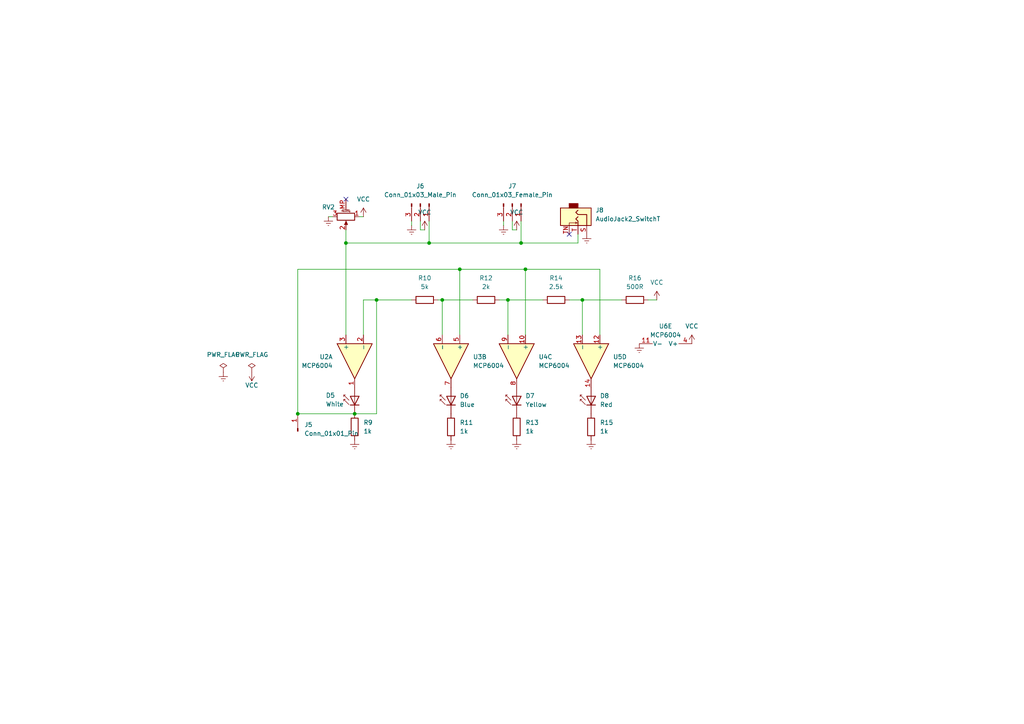
<source format=kicad_sch>
(kicad_sch (version 20231120) (generator "eeschema") (generator_version "8.0")
  (paper "A4")
  (lib_symbols
    (symbol "Amplifier_Operational:MCP6004" (pin_names (offset 0.127))
      (property "Reference" "U" (at 0 5.08 0))
      (property "Value" "MCP6004" (at 0 -5.08 0))
      (symbol "MCP6004_1_1"
        (polyline (pts (xy -5.08 5.08) (xy 5.08 0) (xy -5.08 -5.08) (xy -5.08 5.08)) (stroke (width 0.254)) (fill (type background)))
        (pin output line (at 7.62 0 180) (length 2.54) (name "~") (number "1"))
        (pin input line (at -7.62 -2.54 0) (length 2.54) (name "-") (number "2"))
        (pin input line (at -7.62 2.54 0) (length 2.54) (name "+") (number "3"))
      )
      (symbol "MCP6004_2_1"
        (polyline (pts (xy -5.08 5.08) (xy 5.08 0) (xy -5.08 -5.08) (xy -5.08 5.08)) (stroke (width 0.254)) (fill (type background)))
        (pin input line (at -7.62 2.54 0) (length 2.54) (name "+") (number "5"))
        (pin input line (at -7.62 -2.54 0) (length 2.54) (name "-") (number "6"))
        (pin output line (at 7.62 0 180) (length 2.54) (name "~") (number "7"))
      )
      (symbol "MCP6004_3_1"
        (polyline (pts (xy -5.08 5.08) (xy 5.08 0) (xy -5.08 -5.08) (xy -5.08 5.08)) (stroke (width 0.254)) (fill (type background)))
        (pin input line (at -7.62 2.54 0) (length 2.54) (name "+") (number "10"))
        (pin output line (at 7.62 0 180) (length 2.54) (name "~") (number "8"))
        (pin input line (at -7.62 -2.54 0) (length 2.54) (name "-") (number "9"))
      )
      (symbol "MCP6004_4_1"
        (polyline (pts (xy -5.08 5.08) (xy 5.08 0) (xy -5.08 -5.08) (xy -5.08 5.08)) (stroke (width 0.254)) (fill (type background)))
        (pin input line (at -7.62 2.54 0) (length 2.54) (name "+") (number "12"))
        (pin input line (at -7.62 -2.54 0) (length 2.54) (name "-") (number "13"))
        (pin output line (at 7.62 0 180) (length 2.54) (name "~") (number "14"))
      )
      (symbol "MCP6004_5_1"
        (pin power_in line (at -2.54 -7.62 90) (length 3.81) (name "V-") (number "11"))
        (pin power_in line (at -2.54 7.62 270) (length 3.81) (name "V+") (number "4"))
      )
    )
    (symbol "Connector:Conn_01x01_Pin" (pin_names (offset 1.016) hide)
      (property "Reference" "J" (at 0 2.54 0))
      (property "Value" "Conn_01x01_Pin" (at 0 -2.54 0))
      (symbol "Conn_01x01_Pin_1_1"
        (polyline (pts (xy 1.27 0) (xy 0.8636 0)) (stroke (width 0.1524)))
        (rectangle (start 0.8636 0.127) (end 0 -0.127) (stroke (width 0.1524)) (fill (type outline)))
        (pin passive line (at 5.08 0 180) (length 3.81) (name "Pin_1") (number "1"))
      )
    )
    (symbol "Connector:Conn_01x03_Pin" (pin_names (offset 1.016) hide)
      (property "Reference" "J" (at 0 5.08 0))
      (property "Value" "Conn_01x03_Pin" (at 0 -5.08 0))
      (symbol "Conn_01x03_Pin_1_1"
        (polyline (pts (xy 1.27 -2.54) (xy 0.8636 -2.54)) (stroke (width 0.1524)))
        (polyline (pts (xy 1.27 0) (xy 0.8636 0)) (stroke (width 0.1524)))
        (polyline (pts (xy 1.27 2.54) (xy 0.8636 2.54)) (stroke (width 0.1524)))
        (rectangle (start 0.8636 -2.413) (end 0 -2.667) (stroke (width 0.1524)) (fill (type outline)))
        (rectangle (start 0.8636 0.127) (end 0 -0.127) (stroke (width 0.1524)) (fill (type outline)))
        (rectangle (start 0.8636 2.667) (end 0 2.413) (stroke (width 0.1524)) (fill (type outline)))
        (pin passive line (at 5.08 2.54 180) (length 3.81) (name "Pin_1") (number "1"))
        (pin passive line (at 5.08 0 180) (length 3.81) (name "Pin_2") (number "2"))
        (pin passive line (at 5.08 -2.54 180) (length 3.81) (name "Pin_3") (number "3"))
      )
    )
    (symbol "Connector_Audio:AudioJack2_SwitchT"
      (property "Reference" "J" (at 0 8.89 0))
      (property "Value" "AudioJack2_SwitchT" (at 0 6.35 0))
      (symbol "AudioJack2_SwitchT_0_1"
        (rectangle (start -2.54 0) (end -3.81 -2.54) (stroke (width 0.254)) (fill (type outline)))
        (polyline (pts (xy 1.778 -0.254) (xy 2.032 -0.762)))
        (polyline (pts (xy 0 0) (xy 0.635 -0.635) (xy 1.27 0) (xy 2.54 0)) (stroke (width 0.254)))
        (polyline (pts (xy 2.54 -2.54) (xy 1.778 -2.54) (xy 1.778 -0.254) (xy 1.524 -0.762)))
        (polyline (pts (xy 2.54 2.54) (xy -0.635 2.54) (xy -0.635 0) (xy -1.27 -0.635) (xy -1.905 0)) (stroke (width 0.254)))
        (rectangle (start 2.54 3.81) (end -2.54 -5.08) (stroke (width 0.254)) (fill (type background)))
      )
      (symbol "AudioJack2_SwitchT_1_1"
        (pin passive line (at 5.08 2.54 180) (length 2.54) (name "~") (number "S"))
        (pin passive line (at 5.08 0 180) (length 2.54) (name "~") (number "T"))
        (pin passive line (at 5.08 -2.54 180) (length 2.54) (name "~") (number "TN"))
      )
    )
    (symbol "Device:R" (pin_numbers hide) (pin_names (offset 0))
      (property "Reference" "R" (at 2.032 0 90))
      (property "Value" "R" (at 0 0 90))
      (symbol "R_0_1"
        (rectangle (start -1.016 -2.54) (end 1.016 2.54) (stroke (width 0.254)))
      )
      (symbol "R_1_1"
        (pin passive line (at 0 3.81 270) (length 1.27) (name "~") (number "1"))
        (pin passive line (at 0 -3.81 90) (length 1.27) (name "~") (number "2"))
      )
    )
    (symbol "Device:R_Potentiometer_MountingPin" (pin_names (offset 1.016) hide)
      (property "Reference" "RV" (at -8.255 0 90))
      (property "Value" "R_Potentiometer_MountingPin" (at -6.35 0 90))
      (symbol "R_Potentiometer_MountingPin_0_1"
        (polyline (pts (xy 2.54 0) (xy 1.524 0)))
        (polyline (pts (xy 1.143 0) (xy 2.286 0.508) (xy 2.286 -0.508)) (fill (type outline)))
        (rectangle (start 1.016 2.54) (end -1.016 -2.54) (stroke (width 0.254)))
      )
      (symbol "R_Potentiometer_MountingPin_1_1"
        (polyline (pts (xy -2.032 1.016) (xy -2.032 -1.016)) (stroke (width 0.1524)))
        (text "Mounting" (at -1.651 0 900) (effects (font (size 0.381 0.381))))
        (pin passive line (at 0 3.81 270) (length 1.27) (name "1") (number "1"))
        (pin passive line (at 3.81 0 180) (length 1.27) (name "2") (number "2"))
        (pin passive line (at 0 -3.81 90) (length 1.27) (name "3") (number "3"))
        (pin passive line (at -5.08 0 0) (length 3.048) (name "MountPin") (number "MP"))
      )
    )
    (symbol "LED:IRL81A" (pin_numbers hide) (pin_names (offset 1.016) hide)
      (property "Reference" "D" (at 0.508 1.778 0))
      (property "Value" "IRL81A" (at -1.016 -2.794 0))
      (symbol "IRL81A_0_1"
        (polyline (pts (xy -2.54 0) (xy 0 0)))
        (polyline (pts (xy -2.54 1.27) (xy -2.54 -1.27)) (stroke (width 0.254)))
        (polyline (pts (xy 0.381 3.175) (xy -0.127 3.175)))
        (polyline (pts (xy -1.143 1.651) (xy 0.381 3.175) (xy 0.381 2.667)))
        (polyline (pts (xy 0 -1.27) (xy 0 1.27) (xy -2.54 0) (xy 0 -1.27)) (stroke (width 0.254)))
        (polyline (pts (xy -2.413 1.651) (xy -0.889 3.175) (xy -0.889 2.667) (xy -0.889 3.175) (xy -1.397 3.175)))
      )
      (symbol "IRL81A_1_1"
        (pin passive line (at -5.08 0 0) (length 2.54) (name "K") (number "1"))
        (pin passive line (at 2.54 0 180) (length 2.54) (name "A") (number "2"))
      )
    )
    (symbol "power:GNDREF" (power) (pin_numbers hide) (pin_names (offset 0) hide)
      (property "Value" "GNDREF" (at 0 -3.81 0))
      (symbol "GNDREF_0_1"
        (polyline (pts (xy -0.635 -1.905) (xy 0.635 -1.905)))
        (polyline (pts (xy -0.127 -2.54) (xy 0.127 -2.54)))
        (polyline (pts (xy 0 -1.27) (xy 0 0)))
        (polyline (pts (xy 1.27 -1.27) (xy -1.27 -1.27)))
      )
      (symbol "GNDREF_1_1"
        (pin power_in line (at 0 0 270) (length 0) (name "~") (number "1"))
      )
    )
    (symbol "power:PWR_FLAG" (power) (pin_numbers hide) (pin_names (offset 0) hide)
      (property "Value" "PWR_FLAG" (at 0 3.81 0))
      (symbol "PWR_FLAG_0_0"
        (pin power_out line (at 0 0 90) (length 0) (name "~") (number "1"))
      )
      (symbol "PWR_FLAG_0_1"
        (polyline (pts (xy 0 0) (xy 0 1.27) (xy -1.016 1.905) (xy 0 2.54) (xy 1.016 1.905) (xy 0 1.27)))
      )
    )
    (symbol "power:VCC" (power) (pin_numbers hide) (pin_names (offset 0) hide)
      (property "Value" "VCC" (at 0 3.556 0))
      (symbol "VCC_0_1"
        (polyline (pts (xy -0.762 1.27) (xy 0 2.54)))
        (polyline (pts (xy 0 0) (xy 0 2.54)))
        (polyline (pts (xy 0 2.54) (xy 0.762 1.27)))
      )
      (symbol "VCC_1_1"
        (pin power_in line (at 0 0 90) (length 0) (name "~") (number "1"))
      )
    )
  )
  (junction (at 152.4 78.105))
  (junction (at 109.22 86.995))
  (junction (at 102.87 120.015))
  (junction (at 133.35 78.105))
  (junction (at 168.91 86.995))
  (junction (at 128.27 86.995))
  (junction (at 124.46 70.485))
  (junction (at 147.32 86.995))
  (junction (at 151.13 70.485))
  (junction (at 100.33 70.485))
  (junction (at 86.36 120.015))
  (no_connect (at 165.1 67.945))
  (no_connect (at 100.33 57.785))
  (wire (pts (xy 105.41 86.995) (xy 105.41 97.155)))
  (wire (pts (xy 147.32 86.995) (xy 157.48 86.995)))
  (wire (pts (xy 105.41 86.995) (xy 109.22 86.995)))
  (wire (pts (xy 152.4 78.105) (xy 152.4 97.155)))
  (wire (pts (xy 151.13 70.485) (xy 167.64 70.485)))
  (wire (pts (xy 86.36 120.015) (xy 102.87 120.015)))
  (wire (pts (xy 100.33 70.485) (xy 124.46 70.485)))
  (wire (pts (xy 109.22 120.015) (xy 109.22 86.995)))
  (wire (pts (xy 119.38 64.135) (xy 119.38 65.405)))
  (wire (pts (xy 147.32 86.995) (xy 147.32 97.155)))
  (wire (pts (xy 146.05 64.135) (xy 146.05 65.405)))
  (wire (pts (xy 190.5 86.995) (xy 187.96 86.995)))
  (wire (pts (xy 86.36 78.105) (xy 86.36 120.015)))
  (wire (pts (xy 144.78 86.995) (xy 147.32 86.995)))
  (wire (pts (xy 105.41 62.865) (xy 104.14 62.865)))
  (wire (pts (xy 100.33 70.485) (xy 100.33 97.155)))
  (wire (pts (xy 128.27 86.995) (xy 137.16 86.995)))
  (wire (pts (xy 133.35 78.105) (xy 152.4 78.105)))
  (wire (pts (xy 148.59 64.135) (xy 148.59 66.675)))
  (wire (pts (xy 121.92 64.135) (xy 121.92 66.675)))
  (wire (pts (xy 95.25 62.865) (xy 96.52 62.865)))
  (wire (pts (xy 127 86.995) (xy 128.27 86.995)))
  (wire (pts (xy 86.36 78.105) (xy 133.35 78.105)))
  (wire (pts (xy 109.22 86.995) (xy 119.38 86.995)))
  (wire (pts (xy 133.35 78.105) (xy 133.35 97.155)))
  (wire (pts (xy 102.87 120.015) (xy 109.22 120.015)))
  (wire (pts (xy 123.19 66.675) (xy 121.92 66.675)))
  (wire (pts (xy 168.91 86.995) (xy 165.1 86.995)))
  (wire (pts (xy 100.33 66.675) (xy 100.33 70.485)))
  (wire (pts (xy 152.4 78.105) (xy 173.99 78.105)))
  (wire (pts (xy 167.64 70.485) (xy 167.64 67.945)))
  (wire (pts (xy 149.86 66.675) (xy 148.59 66.675)))
  (wire (pts (xy 128.27 86.995) (xy 128.27 97.155)))
  (wire (pts (xy 124.46 64.135) (xy 124.46 70.485)))
  (wire (pts (xy 151.13 64.135) (xy 151.13 70.485)))
  (wire (pts (xy 180.34 86.995) (xy 168.91 86.995)))
  (wire (pts (xy 173.99 78.105) (xy 173.99 97.155)))
  (wire (pts (xy 124.46 70.485) (xy 151.13 70.485)))
  (wire (pts (xy 168.91 86.995) (xy 168.91 97.155)))
  (symbol (lib_id "power:PWR_FLAG") (at 64.77 107.95 0) (unit 1)
    (property "Reference" "#FLG03" (effects (hide yes)))
    (property "Value" "PWR_FLAG" (at 64.77 102.87 0))
    (property "Description" "Special symbol for telling ERC where power comes from" (effects (hide yes)))
    (instances (project "Oblque Easel Full Circuit" (path "" (reference "#FLG03") (unit 1)) (path "" (reference "#FLG05") (unit 1)) (path "" (reference "#FLG07") (unit 1)) (path "" (reference "#FLG09") (unit 1)) (path "" (reference "#FLG011") (unit 1)) (path "" (reference "#FLG013") (unit 1)) (path "" (reference "#FLG015") (unit 1)) (path "" (reference "#FLG017") (unit 1)) (path "" (reference "#FLG019") (unit 1)) (path "" (reference "#FLG021") (unit 1)) (path "" (reference "#FLG023") (unit 1)) (path "" (reference "#FLG025") (unit 1))))
  )
  (symbol (lib_id "Amplifier_Operational:MCP6004") (at 193.04 102.235 270) (unit 5)
    (property "Reference" "U6" (at 193.04 94.615 90))
    (property "Value" "MCP6004" (at 193.04 97.155 90))
    (property "Footprint" "Package_DIP:DIP-14_W7.62mm_Socket_LongPads" (effects (hide yes)))
    (property "Datasheet" "http://ww1.microchip.com/downloads/en/DeviceDoc/21733j.pdf" (effects (hide yes)))
    (property "Description" "1MHz, Low-Power Op Amp, DIP-14/SOIC-14/TSSOP-14" (effects (hide yes)))
    (instances (project "Oblque Easel Full Circuit" (path "" (reference "U6") (unit 5)) (path "" (reference "U10") (unit 5)) (path "" (reference "U15") (unit 5)) (path "" (reference "U18") (unit 5)) (path "" (reference "U23") (unit 5)) (path "" (reference "U27") (unit 5)) (path "" (reference "U32") (unit 5)) (path "" (reference "U36") (unit 5)) (path "" (reference "U40") (unit 5)) (path "" (reference "U43") (unit 5)) (path "" (reference "U46") (unit 5)) (path "" (reference "U46") (unit 5))))
  )
  (symbol (lib_id "Connector_Audio:AudioJack2_SwitchT") (at 167.64 62.865 270) (unit 1)
    (property "Reference" "J8" (at 172.72 60.9599 90) (effects (justify left)))
    (property "Value" "AudioJack2_SwitchT" (at 172.72 63.4999 90) (effects (justify left)))
    (property "Footprint" "Connector_Audio:Jack_3.5mm_QingPu_WQP-PJ398SM_Vertical_CircularHoles" (effects (hide yes)))
    (property "Description" "Audio Jack, 2 Poles (Mono / TS), Switched T Pole (Normalling)" (effects (hide yes)))
    (instances (project "Oblque Easel Full Circuit" (path "" (reference "J8") (unit 1)) (path "" (reference "J12") (unit 1)) (path "" (reference "J16") (unit 1)) (path "" (reference "J20") (unit 1)) (path "" (reference "J24") (unit 1)) (path "" (reference "J28") (unit 1)) (path "" (reference "J32") (unit 1)) (path "" (reference "J36") (unit 1)) (path "" (reference "J40") (unit 1)) (path "" (reference "J44") (unit 1)) (path "" (reference "J48") (unit 1)) (path "" (reference "J52") (unit 1))))
  )
  (symbol (lib_id "Device:R") (at 171.45 123.825 0) (unit 1)
    (property "Reference" "R15" (at 173.99 122.5549 0) (effects (justify left)))
    (property "Value" "1k" (at 173.99 125.0949 0) (effects (justify left)))
    (property "Footprint" "Resistor_THT:R_Axial_DIN0207_L6.3mm_D2.5mm_P2.54mm_Vertical" (effects (hide yes)))
    (property "Description" "Resistor" (effects (hide yes)))
    (instances (project "Oblque Easel Full Circuit" (path "" (reference "R15") (unit 1)) (path "" (reference "R23") (unit 1)) (path "" (reference "R31") (unit 1)) (path "" (reference "R39") (unit 1)) (path "" (reference "R47") (unit 1)) (path "" (reference "R55") (unit 1)) (path "" (reference "R63") (unit 1)) (path "" (reference "R71") (unit 1)) (path "" (reference "R79") (unit 1)) (path "" (reference "R87") (unit 1)) (path "" (reference "R95") (unit 1)) (path "" (reference "R103") (unit 1))))
  )
  (symbol (lib_id "power:VCC") (at 190.5 86.995 0) (unit 1)
    (property "Reference" "#PWR031" (effects (hide yes)))
    (property "Value" "VCC" (at 190.5 81.915 0))
    (property "Description" "Power symbol creates a global label with name \"VCC\"" (effects (hide yes)))
    (instances (project "Oblque Easel Full Circuit" (path "" (reference "#PWR031") (unit 1)) (path "" (reference "#PWR047") (unit 1)) (path "" (reference "#PWR063") (unit 1)) (path "" (reference "#PWR079") (unit 1)) (path "" (reference "#PWR095") (unit 1)) (path "" (reference "#PWR0111") (unit 1)) (path "" (reference "#PWR0127") (unit 1)) (path "" (reference "#PWR0143") (unit 1)) (path "" (reference "#PWR0159") (unit 1)) (path "" (reference "#PWR0175") (unit 1)) (path "" (reference "#PWR0191") (unit 1)) (path "" (reference "#PWR0207") (unit 1))))
  )
  (symbol (lib_id "Device:R") (at 149.86 123.825 0) (unit 1)
    (property "Reference" "R13" (at 152.4 122.5549 0) (effects (justify left)))
    (property "Value" "1k" (at 152.4 125.0949 0) (effects (justify left)))
    (property "Footprint" "Resistor_THT:R_Axial_DIN0207_L6.3mm_D2.5mm_P2.54mm_Vertical" (effects (hide yes)))
    (property "Description" "Resistor" (effects (hide yes)))
    (instances (project "Oblque Easel Full Circuit" (path "" (reference "R13") (unit 1)) (path "" (reference "R21") (unit 1)) (path "" (reference "R29") (unit 1)) (path "" (reference "R37") (unit 1)) (path "" (reference "R45") (unit 1)) (path "" (reference "R53") (unit 1)) (path "" (reference "R61") (unit 1)) (path "" (reference "R69") (unit 1)) (path "" (reference "R77") (unit 1)) (path "" (reference "R85") (unit 1)) (path "" (reference "R93") (unit 1)) (path "" (reference "R101") (unit 1))))
  )
  (symbol (lib_id "Device:R_Potentiometer_MountingPin") (at 100.33 62.865 270) (unit 1)
    (property "Reference" "RV2" (at 95.25 60.071 90))
    (property "Value" "R_Potentiometer_MountingPin" (effects (hide yes)))
    (property "Footprint" "Potentiometer_THT:Potentiometer_Alps_RK09K_Single_Vertical" (effects (hide yes)))
    (property "Description" "Potentiometer with a mounting pin" (effects (hide yes)))
    (instances (project "Oblque Easel Full Circuit" (path "" (reference "RV2") (unit 1)) (path "" (reference "RV3") (unit 1)) (path "" (reference "RV4") (unit 1)) (path "" (reference "RV5") (unit 1)) (path "" (reference "RV6") (unit 1)) (path "" (reference "RV7") (unit 1)) (path "" (reference "RV8") (unit 1)) (path "" (reference "RV9") (unit 1)) (path "" (reference "RV10") (unit 1)) (path "" (reference "RV11") (unit 1)) (path "" (reference "RV12") (unit 1)) (path "" (reference "RV13") (unit 1))))
  )
  (symbol (lib_id "Device:R") (at 123.19 86.995 90) (unit 1)
    (property "Reference" "R10" (at 123.19 80.645 90))
    (property "Value" "5k" (at 123.19 83.185 90))
    (property "Footprint" "Resistor_THT:R_Axial_DIN0207_L6.3mm_D2.5mm_P2.54mm_Vertical" (effects (hide yes)))
    (property "Description" "Resistor" (effects (hide yes)))
    (instances (project "Oblque Easel Full Circuit" (path "" (reference "R10") (unit 1)) (path "" (reference "R18") (unit 1)) (path "" (reference "R26") (unit 1)) (path "" (reference "R34") (unit 1)) (path "" (reference "R42") (unit 1)) (path "" (reference "R50") (unit 1)) (path "" (reference "R58") (unit 1)) (path "" (reference "R66") (unit 1)) (path "" (reference "R74") (unit 1)) (path "" (reference "R82") (unit 1)) (path "" (reference "R90") (unit 1)) (path "" (reference "R98") (unit 1))))
  )
  (symbol (lib_id "power:GNDREF") (at 146.05 65.405 0) (unit 1)
    (property "Reference" "#PWR025" (effects (hide yes)))
    (property "Value" "GNDREF" (effects (hide yes)))
    (property "Description" "Power symbol creates a global label with name \"GNDREF\" , reference supply ground" (effects (hide yes)))
    (instances (project "Oblque Easel Full Circuit" (path "" (reference "#PWR025") (unit 1)) (path "" (reference "#PWR041") (unit 1)) (path "" (reference "#PWR057") (unit 1)) (path "" (reference "#PWR073") (unit 1)) (path "" (reference "#PWR089") (unit 1)) (path "" (reference "#PWR0105") (unit 1)) (path "" (reference "#PWR0121") (unit 1)) (path "" (reference "#PWR0137") (unit 1)) (path "" (reference "#PWR0153") (unit 1)) (path "" (reference "#PWR0169") (unit 1)) (path "" (reference "#PWR0185") (unit 1)) (path "" (reference "#PWR0201") (unit 1))))
  )
  (symbol (lib_id "power:GNDREF") (at 102.87 127.635 0) (unit 1)
    (property "Reference" "#PWR020" (effects (hide yes)))
    (property "Value" "GNDREF" (effects (hide yes)))
    (property "Description" "Power symbol creates a global label with name \"GNDREF\" , reference supply ground" (effects (hide yes)))
    (instances (project "Oblque Easel Full Circuit" (path "" (reference "#PWR020") (unit 1)) (path "" (reference "#PWR036") (unit 1)) (path "" (reference "#PWR052") (unit 1)) (path "" (reference "#PWR068") (unit 1)) (path "" (reference "#PWR084") (unit 1)) (path "" (reference "#PWR0100") (unit 1)) (path "" (reference "#PWR0116") (unit 1)) (path "" (reference "#PWR0132") (unit 1)) (path "" (reference "#PWR0148") (unit 1)) (path "" (reference "#PWR0164") (unit 1)) (path "" (reference "#PWR0180") (unit 1)) (path "" (reference "#PWR0196") (unit 1))))
  )
  (symbol (lib_id "power:VCC") (at 123.19 66.675 0) (unit 1)
    (property "Reference" "#PWR023" (effects (hide yes)))
    (property "Value" "VCC" (at 123.19 61.595 0))
    (property "Description" "Power symbol creates a global label with name \"VCC\"" (effects (hide yes)))
    (instances (project "Oblque Easel Full Circuit" (path "" (reference "#PWR023") (unit 1)) (path "" (reference "#PWR039") (unit 1)) (path "" (reference "#PWR055") (unit 1)) (path "" (reference "#PWR071") (unit 1)) (path "" (reference "#PWR087") (unit 1)) (path "" (reference "#PWR0103") (unit 1)) (path "" (reference "#PWR0119") (unit 1)) (path "" (reference "#PWR0135") (unit 1)) (path "" (reference "#PWR0151") (unit 1)) (path "" (reference "#PWR0167") (unit 1)) (path "" (reference "#PWR0183") (unit 1)) (path "" (reference "#PWR0199") (unit 1))))
  )
  (symbol (lib_id "Amplifier_Operational:MCP6004") (at 149.86 104.775 270) (unit 3)
    (property "Reference" "U4" (at 156.21 103.5049 90) (effects (justify left)))
    (property "Value" "MCP6004" (at 156.21 106.0449 90) (effects (justify left)))
    (property "Footprint" "Package_DIP:DIP-14_W7.62mm_Socket_LongPads" (effects (hide yes)))
    (property "Datasheet" "http://ww1.microchip.com/downloads/en/DeviceDoc/21733j.pdf" (effects (hide yes)))
    (property "Description" "1MHz, Low-Power Op Amp, DIP-14/SOIC-14/TSSOP-14" (effects (hide yes)))
    (instances (project "Oblque Easel Full Circuit" (path "" (reference "U4") (unit 3)) (path "" (reference "U8") (unit 3)) (path "" (reference "U13") (unit 3)) (path "" (reference "U16") (unit 3)) (path "" (reference "U21") (unit 3)) (path "" (reference "U26") (unit 3)) (path "" (reference "U30") (unit 3)) (path "" (reference "U35") (unit 3)) (path "" (reference "U38") (unit 3)) (path "" (reference "U42") (unit 3)) (path "" (reference "U44") (unit 3)) (path "" (reference "U46") (unit 3))))
  )
  (symbol (lib_id "Amplifier_Operational:MCP6004") (at 130.81 104.775 270) (unit 2)
    (property "Reference" "U3" (at 137.16 103.5049 90) (effects (justify left)))
    (property "Value" "MCP6004" (at 137.16 106.0449 90) (effects (justify left)))
    (property "Footprint" "Package_DIP:DIP-14_W7.62mm_Socket_LongPads" (effects (hide yes)))
    (property "Datasheet" "http://ww1.microchip.com/downloads/en/DeviceDoc/21733j.pdf" (effects (hide yes)))
    (property "Description" "1MHz, Low-Power Op Amp, DIP-14/SOIC-14/TSSOP-14" (effects (hide yes)))
    (instances (project "Oblque Easel Full Circuit" (path "" (reference "U3") (unit 2)) (path "" (reference "U8") (unit 2)) (path "" (reference "U12") (unit 2)) (path "" (reference "U15") (unit 2)) (path "" (reference "U20") (unit 2)) (path "" (reference "U25") (unit 2)) (path "" (reference "U29") (unit 2)) (path "" (reference "U34") (unit 2)) (path "" (reference "U37") (unit 2)) (path "" (reference "U41") (unit 2)) (path "" (reference "U44") (unit 2)) (path "" (reference "U46") (unit 2))))
  )
  (symbol (lib_id "LED:IRL81A") (at 130.81 114.935 90) (unit 1)
    (property "Reference" "D6" (at 133.35 114.8079 90) (effects (justify right)))
    (property "Value" "Blue" (at 133.35 117.3479 90) (effects (justify right)))
    (property "Footprint" "LED_THT:LED_SideEmitter_Rectangular_W4.5mm_H1.6mm" (effects (hide yes)))
    (property "Datasheet" "http://www.osram-os.com/Graphics/XPic0/00203825_0.pdf" (effects (hide yes)))
    (property "Description" "850nm High Power Infrared Emitter, Side-Emitter package" (effects (hide yes)))
    (instances (project "Oblque Easel Full Circuit" (path "" (reference "D6") (unit 1)) (path "" (reference "D10") (unit 1)) (path "" (reference "D14") (unit 1)) (path "" (reference "D18") (unit 1)) (path "" (reference "D22") (unit 1)) (path "" (reference "D26") (unit 1)) (path "" (reference "D30") (unit 1)) (path "" (reference "D34") (unit 1)) (path "" (reference "D38") (unit 1)) (path "" (reference "D42") (unit 1)) (path "" (reference "D46") (unit 1)) (path "" (reference "D50") (unit 1))))
  )
  (symbol (lib_id "power:VCC") (at 200.66 99.695 0) (unit 1)
    (property "Reference" "#PWR032" (effects (hide yes)))
    (property "Value" "VCC" (at 200.66 94.615 0))
    (property "Description" "Power symbol creates a global label with name \"VCC\"" (effects (hide yes)))
    (instances (project "Oblque Easel Full Circuit" (path "" (reference "#PWR032") (unit 1)) (path "" (reference "#PWR048") (unit 1)) (path "" (reference "#PWR064") (unit 1)) (path "" (reference "#PWR080") (unit 1)) (path "" (reference "#PWR096") (unit 1)) (path "" (reference "#PWR0112") (unit 1)) (path "" (reference "#PWR0128") (unit 1)) (path "" (reference "#PWR0144") (unit 1)) (path "" (reference "#PWR0160") (unit 1)) (path "" (reference "#PWR0176") (unit 1)) (path "" (reference "#PWR0192") (unit 1)) (path "" (reference "#PWR0208") (unit 1))))
  )
  (symbol (lib_id "Amplifier_Operational:MCP6004") (at 171.45 104.775 270) (unit 4)
    (property "Reference" "U5" (at 177.8 103.5049 90) (effects (justify left)))
    (property "Value" "MCP6004" (at 177.8 106.0449 90) (effects (justify left)))
    (property "Footprint" "Package_DIP:DIP-14_W7.62mm_Socket_LongPads" (effects (hide yes)))
    (property "Datasheet" "http://ww1.microchip.com/downloads/en/DeviceDoc/21733j.pdf" (effects (hide yes)))
    (property "Description" "1MHz, Low-Power Op Amp, DIP-14/SOIC-14/TSSOP-14" (effects (hide yes)))
    (instances (project "Oblque Easel Full Circuit" (path "" (reference "U5") (unit 4)) (path "" (reference "U9") (unit 4)) (path "" (reference "U14") (unit 4)) (path "" (reference "U17") (unit 4)) (path "" (reference "U22") (unit 4)) (path "" (reference "U27") (unit 4)) (path "" (reference "U31") (unit 4)) (path "" (reference "U36") (unit 4)) (path "" (reference "U39") (unit 4)) (path "" (reference "U42") (unit 4)) (path "" (reference "U45") (unit 4)) (path "" (reference "U46") (unit 4))))
  )
  (symbol (lib_id "Device:R") (at 140.97 86.995 90) (unit 1)
    (property "Reference" "R12" (at 140.97 80.645 90))
    (property "Value" "2k" (at 140.97 83.185 90))
    (property "Footprint" "Resistor_THT:R_Axial_DIN0207_L6.3mm_D2.5mm_P2.54mm_Vertical" (effects (hide yes)))
    (property "Description" "Resistor" (effects (hide yes)))
    (instances (project "Oblque Easel Full Circuit" (path "" (reference "R12") (unit 1)) (path "" (reference "R20") (unit 1)) (path "" (reference "R28") (unit 1)) (path "" (reference "R36") (unit 1)) (path "" (reference "R44") (unit 1)) (path "" (reference "R52") (unit 1)) (path "" (reference "R60") (unit 1)) (path "" (reference "R68") (unit 1)) (path "" (reference "R76") (unit 1)) (path "" (reference "R84") (unit 1)) (path "" (reference "R92") (unit 1)) (path "" (reference "R100") (unit 1))))
  )
  (symbol (lib_id "Device:R") (at 161.29 86.995 90) (unit 1)
    (property "Reference" "R14" (at 161.29 80.645 90))
    (property "Value" "2.5k" (at 161.29 83.185 90))
    (property "Footprint" "Resistor_THT:R_Axial_DIN0207_L6.3mm_D2.5mm_P2.54mm_Vertical" (effects (hide yes)))
    (property "Description" "Resistor" (effects (hide yes)))
    (instances (project "Oblque Easel Full Circuit" (path "" (reference "R14") (unit 1)) (path "" (reference "R22") (unit 1)) (path "" (reference "R30") (unit 1)) (path "" (reference "R38") (unit 1)) (path "" (reference "R46") (unit 1)) (path "" (reference "R54") (unit 1)) (path "" (reference "R62") (unit 1)) (path "" (reference "R70") (unit 1)) (path "" (reference "R78") (unit 1)) (path "" (reference "R86") (unit 1)) (path "" (reference "R94") (unit 1)) (path "" (reference "R102") (unit 1))))
  )
  (symbol (lib_id "power:GNDREF") (at 171.45 127.635 0) (unit 1)
    (property "Reference" "#PWR029" (effects (hide yes)))
    (property "Value" "GNDREF" (effects (hide yes)))
    (property "Description" "Power symbol creates a global label with name \"GNDREF\" , reference supply ground" (effects (hide yes)))
    (instances (project "Oblque Easel Full Circuit" (path "" (reference "#PWR029") (unit 1)) (path "" (reference "#PWR045") (unit 1)) (path "" (reference "#PWR061") (unit 1)) (path "" (reference "#PWR077") (unit 1)) (path "" (reference "#PWR093") (unit 1)) (path "" (reference "#PWR0109") (unit 1)) (path "" (reference "#PWR0125") (unit 1)) (path "" (reference "#PWR0141") (unit 1)) (path "" (reference "#PWR0157") (unit 1)) (path "" (reference "#PWR0173") (unit 1)) (path "" (reference "#PWR0189") (unit 1)) (path "" (reference "#PWR0205") (unit 1))))
  )
  (symbol (lib_id "power:GNDREF") (at 149.86 127.635 0) (unit 1)
    (property "Reference" "#PWR027" (effects (hide yes)))
    (property "Value" "GNDREF" (effects (hide yes)))
    (property "Description" "Power symbol creates a global label with name \"GNDREF\" , reference supply ground" (effects (hide yes)))
    (instances (project "Oblque Easel Full Circuit" (path "" (reference "#PWR027") (unit 1)) (path "" (reference "#PWR043") (unit 1)) (path "" (reference "#PWR059") (unit 1)) (path "" (reference "#PWR075") (unit 1)) (path "" (reference "#PWR091") (unit 1)) (path "" (reference "#PWR0107") (unit 1)) (path "" (reference "#PWR0123") (unit 1)) (path "" (reference "#PWR0139") (unit 1)) (path "" (reference "#PWR0155") (unit 1)) (path "" (reference "#PWR0171") (unit 1)) (path "" (reference "#PWR0187") (unit 1)) (path "" (reference "#PWR0203") (unit 1))))
  )
  (symbol (lib_id "Amplifier_Operational:MCP6004") (at 102.87 104.775 90) (mirror x) (unit 1)
    (property "Reference" "U2" (at 96.52 103.5049 90) (effects (justify left)))
    (property "Value" "MCP6004" (at 96.52 106.0449 90) (effects (justify left)))
    (property "Footprint" "Package_DIP:DIP-14_W7.62mm_Socket_LongPads" (effects (hide yes)))
    (property "Datasheet" "http://ww1.microchip.com/downloads/en/DeviceDoc/21733j.pdf" (effects (hide yes)))
    (property "Description" "1MHz, Low-Power Op Amp, DIP-14/SOIC-14/TSSOP-14" (effects (hide yes)))
    (instances (project "Oblque Easel Full Circuit" (path "" (reference "U2") (unit 1)) (path "" (reference "U7") (unit 1)) (path "" (reference "U11") (unit 1)) (path "" (reference "U15") (unit 1)) (path "" (reference "U19") (unit 1)) (path "" (reference "U24") (unit 1)) (path "" (reference "U28") (unit 1)) (path "" (reference "U33") (unit 1)) (path "" (reference "U36") (unit 1)) (path "" (reference "U41") (unit 1)) (path "" (reference "U44") (unit 1)) (path "" (reference "U46") (unit 1))))
  )
  (symbol (lib_id "power:PWR_FLAG") (at 73.025 107.95 0) (unit 1)
    (property "Reference" "#FLG04" (effects (hide yes)))
    (property "Value" "PWR_FLAG" (at 73.025 102.87 0))
    (property "Description" "Special symbol for telling ERC where power comes from" (effects (hide yes)))
    (instances (project "Oblque Easel Full Circuit" (path "" (reference "#FLG04") (unit 1)) (path "" (reference "#FLG06") (unit 1)) (path "" (reference "#FLG08") (unit 1)) (path "" (reference "#FLG010") (unit 1)) (path "" (reference "#FLG012") (unit 1)) (path "" (reference "#FLG014") (unit 1)) (path "" (reference "#FLG016") (unit 1)) (path "" (reference "#FLG018") (unit 1)) (path "" (reference "#FLG020") (unit 1)) (path "" (reference "#FLG022") (unit 1)) (path "" (reference "#FLG024") (unit 1)) (path "" (reference "#FLG026") (unit 1))))
  )
  (symbol (lib_id "power:VCC") (at 73.025 107.95 180) (unit 1)
    (property "Reference" "#PWR018" (effects (hide yes)))
    (property "Value" "VCC" (at 73.025 111.76 0))
    (property "Description" "Power symbol creates a global label with name \"VCC\"" (effects (hide yes)))
    (instances (project "Oblque Easel Full Circuit" (path "" (reference "#PWR018") (unit 1)) (path "" (reference "#PWR034") (unit 1)) (path "" (reference "#PWR050") (unit 1)) (path "" (reference "#PWR066") (unit 1)) (path "" (reference "#PWR082") (unit 1)) (path "" (reference "#PWR098") (unit 1)) (path "" (reference "#PWR0114") (unit 1)) (path "" (reference "#PWR0130") (unit 1)) (path "" (reference "#PWR0146") (unit 1)) (path "" (reference "#PWR0162") (unit 1)) (path "" (reference "#PWR0178") (unit 1)) (path "" (reference "#PWR0194") (unit 1))))
  )
  (symbol (lib_id "power:GNDREF") (at 130.81 127.635 0) (unit 1)
    (property "Reference" "#PWR024" (effects (hide yes)))
    (property "Value" "GNDREF" (effects (hide yes)))
    (property "Description" "Power symbol creates a global label with name \"GNDREF\" , reference supply ground" (effects (hide yes)))
    (instances (project "Oblque Easel Full Circuit" (path "" (reference "#PWR024") (unit 1)) (path "" (reference "#PWR040") (unit 1)) (path "" (reference "#PWR056") (unit 1)) (path "" (reference "#PWR072") (unit 1)) (path "" (reference "#PWR088") (unit 1)) (path "" (reference "#PWR0104") (unit 1)) (path "" (reference "#PWR0120") (unit 1)) (path "" (reference "#PWR0136") (unit 1)) (path "" (reference "#PWR0152") (unit 1)) (path "" (reference "#PWR0168") (unit 1)) (path "" (reference "#PWR0184") (unit 1)) (path "" (reference "#PWR0200") (unit 1))))
  )
  (symbol (lib_id "power:GNDREF") (at 64.77 107.95 0) (unit 1)
    (property "Reference" "#PWR017" (effects (hide yes)))
    (property "Value" "GNDREF" (effects (hide yes)))
    (property "Description" "Power symbol creates a global label with name \"GNDREF\" , reference supply ground" (effects (hide yes)))
    (instances (project "Oblque Easel Full Circuit" (path "" (reference "#PWR017") (unit 1)) (path "" (reference "#PWR033") (unit 1)) (path "" (reference "#PWR049") (unit 1)) (path "" (reference "#PWR065") (unit 1)) (path "" (reference "#PWR081") (unit 1)) (path "" (reference "#PWR097") (unit 1)) (path "" (reference "#PWR0113") (unit 1)) (path "" (reference "#PWR0129") (unit 1)) (path "" (reference "#PWR0145") (unit 1)) (path "" (reference "#PWR0161") (unit 1)) (path "" (reference "#PWR0177") (unit 1)) (path "" (reference "#PWR0193") (unit 1))))
  )
  (symbol (lib_id "LED:IRL81A") (at 102.87 114.935 90) (unit 1)
    (property "Reference" "D5" (at 94.488 114.681 90) (effects (justify right)))
    (property "Value" "White" (at 94.488 117.221 90) (effects (justify right)))
    (property "Footprint" "LED_THT:LED_SideEmitter_Rectangular_W4.5mm_H1.6mm" (effects (hide yes)))
    (property "Datasheet" "http://www.osram-os.com/Graphics/XPic0/00203825_0.pdf" (effects (hide yes)))
    (property "Description" "850nm High Power Infrared Emitter, Side-Emitter package" (effects (hide yes)))
    (instances (project "Oblque Easel Full Circuit" (path "" (reference "D5") (unit 1)) (path "" (reference "D9") (unit 1)) (path "" (reference "D13") (unit 1)) (path "" (reference "D17") (unit 1)) (path "" (reference "D21") (unit 1)) (path "" (reference "D25") (unit 1)) (path "" (reference "D29") (unit 1)) (path "" (reference "D33") (unit 1)) (path "" (reference "D37") (unit 1)) (path "" (reference "D41") (unit 1)) (path "" (reference "D45") (unit 1)) (path "" (reference "D49") (unit 1))))
  )
  (symbol (lib_id "power:GNDREF") (at 185.42 99.695 0) (unit 1)
    (property "Reference" "#PWR030" (effects (hide yes)))
    (property "Value" "GNDREF" (effects (hide yes)))
    (property "Description" "Power symbol creates a global label with name \"GNDREF\" , reference supply ground" (effects (hide yes)))
    (instances (project "Oblque Easel Full Circuit" (path "" (reference "#PWR030") (unit 1)) (path "" (reference "#PWR046") (unit 1)) (path "" (reference "#PWR062") (unit 1)) (path "" (reference "#PWR078") (unit 1)) (path "" (reference "#PWR094") (unit 1)) (path "" (reference "#PWR0110") (unit 1)) (path "" (reference "#PWR0126") (unit 1)) (path "" (reference "#PWR0142") (unit 1)) (path "" (reference "#PWR0158") (unit 1)) (path "" (reference "#PWR0174") (unit 1)) (path "" (reference "#PWR0190") (unit 1)) (path "" (reference "#PWR0206") (unit 1))))
  )
  (symbol (lib_id "LED:IRL81A") (at 149.86 114.935 90) (unit 1)
    (property "Reference" "D7" (at 152.4 114.8079 90) (effects (justify right)))
    (property "Value" "Yellow" (at 152.4 117.3479 90) (effects (justify right)))
    (property "Footprint" "LED_THT:LED_SideEmitter_Rectangular_W4.5mm_H1.6mm" (effects (hide yes)))
    (property "Datasheet" "http://www.osram-os.com/Graphics/XPic0/00203825_0.pdf" (effects (hide yes)))
    (property "Description" "850nm High Power Infrared Emitter, Side-Emitter package" (effects (hide yes)))
    (instances (project "Oblque Easel Full Circuit" (path "" (reference "D7") (unit 1)) (path "" (reference "D11") (unit 1)) (path "" (reference "D15") (unit 1)) (path "" (reference "D19") (unit 1)) (path "" (reference "D23") (unit 1)) (path "" (reference "D27") (unit 1)) (path "" (reference "D31") (unit 1)) (path "" (reference "D35") (unit 1)) (path "" (reference "D39") (unit 1)) (path "" (reference "D43") (unit 1)) (path "" (reference "D47") (unit 1)) (path "" (reference "D51") (unit 1))))
  )
  (symbol (lib_id "Device:R") (at 102.87 123.825 0) (unit 1)
    (property "Reference" "R9" (at 105.41 122.5549 0) (effects (justify left)))
    (property "Value" "1k" (at 105.41 125.0949 0) (effects (justify left)))
    (property "Footprint" "Resistor_THT:R_Axial_DIN0207_L6.3mm_D2.5mm_P2.54mm_Vertical" (effects (hide yes)))
    (property "Description" "Resistor" (effects (hide yes)))
    (instances (project "Oblque Easel Full Circuit" (path "" (reference "R9") (unit 1)) (path "" (reference "R17") (unit 1)) (path "" (reference "R25") (unit 1)) (path "" (reference "R33") (unit 1)) (path "" (reference "R41") (unit 1)) (path "" (reference "R49") (unit 1)) (path "" (reference "R57") (unit 1)) (path "" (reference "R65") (unit 1)) (path "" (reference "R73") (unit 1)) (path "" (reference "R81") (unit 1)) (path "" (reference "R89") (unit 1)) (path "" (reference "R97") (unit 1))))
  )
  (symbol (lib_id "power:GNDREF") (at 119.38 65.405 0) (unit 1)
    (property "Reference" "#PWR022" (effects (hide yes)))
    (property "Value" "GNDREF" (effects (hide yes)))
    (property "Description" "Power symbol creates a global label with name \"GNDREF\" , reference supply ground" (effects (hide yes)))
    (instances (project "Oblque Easel Full Circuit" (path "" (reference "#PWR022") (unit 1)) (path "" (reference "#PWR038") (unit 1)) (path "" (reference "#PWR054") (unit 1)) (path "" (reference "#PWR070") (unit 1)) (path "" (reference "#PWR086") (unit 1)) (path "" (reference "#PWR0102") (unit 1)) (path "" (reference "#PWR0118") (unit 1)) (path "" (reference "#PWR0134") (unit 1)) (path "" (reference "#PWR0150") (unit 1)) (path "" (reference "#PWR0166") (unit 1)) (path "" (reference "#PWR0182") (unit 1)) (path "" (reference "#PWR0198") (unit 1))))
  )
  (symbol (lib_id "Connector:Conn_01x01_Pin") (at 86.36 125.095 90) (unit 1)
    (property "Reference" "J5" (at 88.265 123.1899 90) (effects (justify right)))
    (property "Value" "Conn_01x01_Pin" (at 88.265 125.7299 90) (effects (justify right)))
    (property "Footprint" "Connector_PinHeader_2.54mm:PinHeader_1x01_P2.54mm_Vertical" (effects (hide yes)))
    (property "Description" "Generic connector, single row, 01x01, script generated" (effects (hide yes)))
    (instances (project "Oblque Easel Full Circuit" (path "" (reference "J5") (unit 1)) (path "" (reference "J9") (unit 1)) (path "" (reference "J13") (unit 1)) (path "" (reference "J17") (unit 1)) (path "" (reference "J21") (unit 1)) (path "" (reference "J25") (unit 1)) (path "" (reference "J29") (unit 1)) (path "" (reference "J33") (unit 1)) (path "" (reference "J37") (unit 1)) (path "" (reference "J41") (unit 1)) (path "" (reference "J45") (unit 1)) (path "" (reference "J49") (unit 1))))
  )
  (symbol (lib_id "power:GNDREF") (at 170.18 67.945 0) (unit 1)
    (property "Reference" "#PWR028" (effects (hide yes)))
    (property "Value" "GNDREF" (effects (hide yes)))
    (property "Description" "Power symbol creates a global label with name \"GNDREF\" , reference supply ground" (effects (hide yes)))
    (instances (project "Oblque Easel Full Circuit" (path "" (reference "#PWR028") (unit 1)) (path "" (reference "#PWR044") (unit 1)) (path "" (reference "#PWR060") (unit 1)) (path "" (reference "#PWR076") (unit 1)) (path "" (reference "#PWR092") (unit 1)) (path "" (reference "#PWR0108") (unit 1)) (path "" (reference "#PWR0124") (unit 1)) (path "" (reference "#PWR0140") (unit 1)) (path "" (reference "#PWR0156") (unit 1)) (path "" (reference "#PWR0172") (unit 1)) (path "" (reference "#PWR0188") (unit 1)) (path "" (reference "#PWR0204") (unit 1))))
  )
  (symbol (lib_id "power:GNDREF") (at 95.25 62.865 0) (unit 1)
    (property "Reference" "#PWR019" (effects (hide yes)))
    (property "Value" "GNDREF" (effects (hide yes)))
    (property "Description" "Power symbol creates a global label with name \"GNDREF\" , reference supply ground" (effects (hide yes)))
    (instances (project "Oblque Easel Full Circuit" (path "" (reference "#PWR019") (unit 1)) (path "" (reference "#PWR035") (unit 1)) (path "" (reference "#PWR051") (unit 1)) (path "" (reference "#PWR067") (unit 1)) (path "" (reference "#PWR083") (unit 1)) (path "" (reference "#PWR099") (unit 1)) (path "" (reference "#PWR0115") (unit 1)) (path "" (reference "#PWR0131") (unit 1)) (path "" (reference "#PWR0147") (unit 1)) (path "" (reference "#PWR0163") (unit 1)) (path "" (reference "#PWR0179") (unit 1)) (path "" (reference "#PWR0195") (unit 1))))
  )
  (symbol (lib_id "Device:R") (at 130.81 123.825 0) (unit 1)
    (property "Reference" "R11" (at 133.35 122.5549 0) (effects (justify left)))
    (property "Value" "1k" (at 133.35 125.0949 0) (effects (justify left)))
    (property "Footprint" "Resistor_THT:R_Axial_DIN0207_L6.3mm_D2.5mm_P2.54mm_Vertical" (effects (hide yes)))
    (property "Description" "Resistor" (effects (hide yes)))
    (instances (project "Oblque Easel Full Circuit" (path "" (reference "R11") (unit 1)) (path "" (reference "R19") (unit 1)) (path "" (reference "R27") (unit 1)) (path "" (reference "R35") (unit 1)) (path "" (reference "R43") (unit 1)) (path "" (reference "R51") (unit 1)) (path "" (reference "R59") (unit 1)) (path "" (reference "R67") (unit 1)) (path "" (reference "R75") (unit 1)) (path "" (reference "R83") (unit 1)) (path "" (reference "R91") (unit 1)) (path "" (reference "R99") (unit 1))))
  )
  (symbol (lib_id "LED:IRL81A") (at 171.45 114.935 90) (unit 1)
    (property "Reference" "D8" (at 173.99 114.8079 90) (effects (justify right)))
    (property "Value" "Red" (at 173.99 117.3479 90) (effects (justify right)))
    (property "Footprint" "LED_THT:LED_SideEmitter_Rectangular_W4.5mm_H1.6mm" (effects (hide yes)))
    (property "Datasheet" "http://www.osram-os.com/Graphics/XPic0/00203825_0.pdf" (effects (hide yes)))
    (property "Description" "850nm High Power Infrared Emitter, Side-Emitter package" (effects (hide yes)))
    (instances (project "Oblque Easel Full Circuit" (path "" (reference "D8") (unit 1)) (path "" (reference "D12") (unit 1)) (path "" (reference "D16") (unit 1)) (path "" (reference "D20") (unit 1)) (path "" (reference "D24") (unit 1)) (path "" (reference "D28") (unit 1)) (path "" (reference "D32") (unit 1)) (path "" (reference "D36") (unit 1)) (path "" (reference "D40") (unit 1)) (path "" (reference "D44") (unit 1)) (path "" (reference "D48") (unit 1)) (path "" (reference "D52") (unit 1))))
  )
  (symbol (lib_id "Connector:Conn_01x03_Pin") (at 121.92 59.055 270) (unit 1)
    (property "Reference" "J6" (at 121.92 53.975 90))
    (property "Value" "Conn_01x03_Male_Pin" (at 121.92 56.515 90))
    (property "Footprint" "Connector_PinHeader_2.54mm:PinHeader_1x03_P2.54mm_Vertical" (effects (hide yes)))
    (property "Description" "Generic connector, single row, 01x03, script generated" (effects (hide yes)))
    (instances (project "Oblque Easel Full Circuit" (path "" (reference "J6") (unit 1)) (path "" (reference "J10") (unit 1)) (path "" (reference "J14") (unit 1)) (path "" (reference "J18") (unit 1)) (path "" (reference "J22") (unit 1)) (path "" (reference "J26") (unit 1)) (path "" (reference "J30") (unit 1)) (path "" (reference "J34") (unit 1)) (path "" (reference "J38") (unit 1)) (path "" (reference "J42") (unit 1)) (path "" (reference "J46") (unit 1)) (path "" (reference "J50") (unit 1))))
  )
  (symbol (lib_id "Device:R") (at 184.15 86.995 90) (unit 1)
    (property "Reference" "R16" (at 184.15 80.645 90))
    (property "Value" "500R" (at 184.15 83.185 90))
    (property "Footprint" "Resistor_THT:R_Axial_DIN0207_L6.3mm_D2.5mm_P2.54mm_Vertical" (effects (hide yes)))
    (property "Description" "Resistor" (effects (hide yes)))
    (instances (project "Oblque Easel Full Circuit" (path "" (reference "R16") (unit 1)) (path "" (reference "R24") (unit 1)) (path "" (reference "R32") (unit 1)) (path "" (reference "R40") (unit 1)) (path "" (reference "R48") (unit 1)) (path "" (reference "R56") (unit 1)) (path "" (reference "R64") (unit 1)) (path "" (reference "R72") (unit 1)) (path "" (reference "R80") (unit 1)) (path "" (reference "R88") (unit 1)) (path "" (reference "R96") (unit 1)) (path "" (reference "R104") (unit 1))))
  )
  (symbol (lib_id "power:VCC") (at 105.41 62.865 0) (unit 1)
    (property "Reference" "#PWR021" (effects (hide yes)))
    (property "Value" "VCC" (at 105.41 57.785 0))
    (property "Description" "Power symbol creates a global label with name \"VCC\"" (effects (hide yes)))
    (instances (project "Oblque Easel Full Circuit" (path "" (reference "#PWR021") (unit 1)) (path "" (reference "#PWR037") (unit 1)) (path "" (reference "#PWR053") (unit 1)) (path "" (reference "#PWR069") (unit 1)) (path "" (reference "#PWR085") (unit 1)) (path "" (reference "#PWR0101") (unit 1)) (path "" (reference "#PWR0117") (unit 1)) (path "" (reference "#PWR0133") (unit 1)) (path "" (reference "#PWR0149") (unit 1)) (path "" (reference "#PWR0165") (unit 1)) (path "" (reference "#PWR0181") (unit 1)) (path "" (reference "#PWR0197") (unit 1))))
  )
  (symbol (lib_id "power:VCC") (at 149.86 66.675 0) (unit 1)
    (property "Reference" "#PWR026" (effects (hide yes)))
    (property "Value" "VCC" (at 149.86 61.595 0))
    (property "Description" "Power symbol creates a global label with name \"VCC\"" (effects (hide yes)))
    (instances (project "Oblque Easel Full Circuit" (path "" (reference "#PWR026") (unit 1)) (path "" (reference "#PWR042") (unit 1)) (path "" (reference "#PWR058") (unit 1)) (path "" (reference "#PWR074") (unit 1)) (path "" (reference "#PWR090") (unit 1)) (path "" (reference "#PWR0106") (unit 1)) (path "" (reference "#PWR0122") (unit 1)) (path "" (reference "#PWR0138") (unit 1)) (path "" (reference "#PWR0154") (unit 1)) (path "" (reference "#PWR0170") (unit 1)) (path "" (reference "#PWR0186") (unit 1)) (path "" (reference "#PWR0202") (unit 1))))
  )
  (symbol (lib_id "Connector:Conn_01x03_Pin") (at 148.59 59.055 270) (unit 1)
    (property "Reference" "J7" (at 148.59 53.975 90))
    (property "Value" "Conn_01x03_Female_Pin" (at 148.59 56.515 90))
    (property "Footprint" "Connector_PinSocket_2.54mm:PinSocket_1x03_P2.54mm_Vertical" (effects (hide yes)))
    (property "Description" "Generic connector, single row, 01x03, script generated" (effects (hide yes)))
    (instances (project "Oblque Easel Full Circuit" (path "" (reference "J7") (unit 1)) (path "" (reference "J11") (unit 1)) (path "" (reference "J15") (unit 1)) (path "" (reference "J19") (unit 1)) (path "" (reference "J23") (unit 1)) (path "" (reference "J27") (unit 1)) (path "" (reference "J31") (unit 1)) (path "" (reference "J35") (unit 1)) (path "" (reference "J39") (unit 1)) (path "" (reference "J43") (unit 1)) (path "" (reference "J47") (unit 1)) (path "" (reference "J51") (unit 1))))
  )
)
</source>
